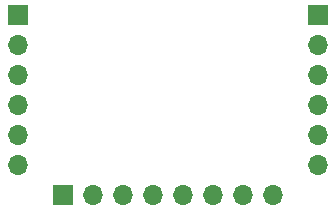
<source format=gbr>
%TF.GenerationSoftware,KiCad,Pcbnew,5.1.7-a382d34a8~87~ubuntu16.04.1*%
%TF.CreationDate,2020-10-08T21:47:55+02:00*%
%TF.ProjectId,ShiftIn-Board,53686966-7449-46e2-9d42-6f6172642e6b,rev?*%
%TF.SameCoordinates,Original*%
%TF.FileFunction,Soldermask,Bot*%
%TF.FilePolarity,Negative*%
%FSLAX46Y46*%
G04 Gerber Fmt 4.6, Leading zero omitted, Abs format (unit mm)*
G04 Created by KiCad (PCBNEW 5.1.7-a382d34a8~87~ubuntu16.04.1) date 2020-10-08 21:47:55*
%MOMM*%
%LPD*%
G01*
G04 APERTURE LIST*
%ADD10O,1.700000X1.700000*%
%ADD11R,1.700000X1.700000*%
G04 APERTURE END LIST*
D10*
%TO.C,J3*%
X152400000Y-72390000D03*
X149860000Y-72390000D03*
X147320000Y-72390000D03*
X144780000Y-72390000D03*
X142240000Y-72390000D03*
X139700000Y-72390000D03*
X137160000Y-72390000D03*
D11*
X134620000Y-72390000D03*
%TD*%
D10*
%TO.C,J2*%
X156210000Y-69850000D03*
X156210000Y-67310000D03*
X156210000Y-64770000D03*
X156210000Y-62230000D03*
X156210000Y-59690000D03*
D11*
X156210000Y-57150000D03*
%TD*%
D10*
%TO.C,J1*%
X130810000Y-69850000D03*
X130810000Y-67310000D03*
X130810000Y-64770000D03*
X130810000Y-62230000D03*
X130810000Y-59690000D03*
D11*
X130810000Y-57150000D03*
%TD*%
M02*

</source>
